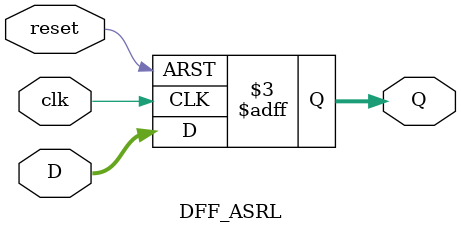
<source format=sv>
module DFF_ASRL(D,clk,reset,Q);
  input bit[2:0] D;
  input bit clk;
  input bit reset;
  output bit[2:0] Q;
  
always @(posedge clk or negedge reset) 
begin
 if(reset==1'b0)
  Q <= 1'b0; 
 else 
  Q <= D; 
end 
endmodule
</source>
